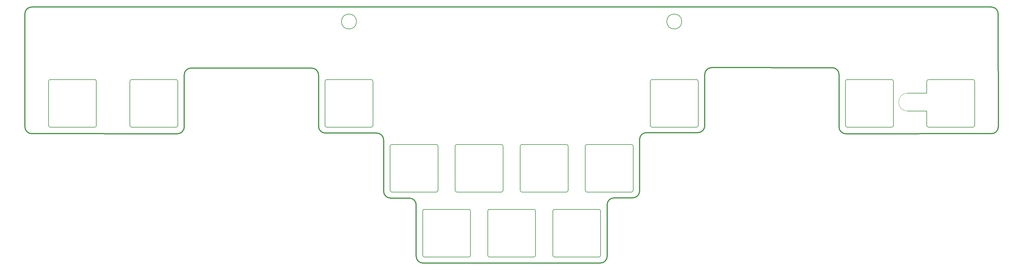
<source format=gm1>
G04 #@! TF.GenerationSoftware,KiCad,Pcbnew,7.0.1-0*
G04 #@! TF.CreationDate,2023-05-14T12:23:49+09:00*
G04 #@! TF.ProjectId,Sandy_Top_with_Plate_Mid,53616e64-795f-4546-9f70-5f776974685f,v.0*
G04 #@! TF.SameCoordinates,Original*
G04 #@! TF.FileFunction,Profile,NP*
%FSLAX46Y46*%
G04 Gerber Fmt 4.6, Leading zero omitted, Abs format (unit mm)*
G04 Created by KiCad (PCBNEW 7.0.1-0) date 2023-05-14 12:23:49*
%MOMM*%
%LPD*%
G01*
G04 APERTURE LIST*
G04 #@! TA.AperFunction,Profile*
%ADD10C,0.300000*%
G04 #@! TD*
G04 #@! TA.AperFunction,Profile*
%ADD11C,0.150000*%
G04 #@! TD*
G04 #@! TA.AperFunction,Profile*
%ADD12C,0.120000*%
G04 #@! TD*
G04 APERTURE END LIST*
D10*
X15469524Y-52949937D02*
X15455310Y-19778365D01*
X17469524Y-54949937D02*
X60125310Y-54964151D01*
D11*
X22392810Y-39553405D02*
X22392810Y-52553405D01*
X22892810Y-39053405D02*
X35892810Y-39053405D01*
X22892810Y-53053405D02*
X35892810Y-53053405D01*
X36392810Y-52553405D02*
X36392810Y-39553405D01*
X46205310Y-39553405D02*
X46205310Y-52553405D01*
X46705310Y-39053405D02*
X59705310Y-39053405D01*
X46705310Y-53053405D02*
X59705310Y-53053405D01*
X60205310Y-52553405D02*
X60205310Y-39553405D01*
D10*
X62125310Y-52964151D02*
X62125310Y-37692579D01*
X64125310Y-35692579D02*
X99445310Y-35703365D01*
X101445310Y-52778365D02*
X101445310Y-37703365D01*
D11*
X103355310Y-39553405D02*
X103355310Y-52553405D01*
D10*
X103445310Y-54778365D02*
X118505310Y-54778365D01*
D11*
X103855310Y-39053405D02*
X116855310Y-39053405D01*
X103855310Y-53053405D02*
X116855310Y-53053405D01*
X117355310Y-52553405D02*
X117355310Y-39553405D01*
D10*
X120505310Y-71853365D02*
X120505310Y-56778365D01*
D11*
X122405310Y-58603405D02*
X122405310Y-71603405D01*
D10*
X122505310Y-73853365D02*
X128030310Y-73853365D01*
D11*
X122905310Y-58103405D02*
X135905310Y-58103405D01*
X122905310Y-72103405D02*
X135905310Y-72103405D01*
D10*
X130030310Y-90928365D02*
X130030310Y-75853365D01*
D11*
X131930310Y-77653405D02*
X131930310Y-90653405D01*
D10*
X132030310Y-92928365D02*
X183955310Y-92924151D01*
D11*
X132430310Y-77153405D02*
X145430310Y-77153405D01*
X132430310Y-91153405D02*
X145430310Y-91153405D01*
X136405310Y-71603405D02*
X136405310Y-58603405D01*
X141455310Y-58603405D02*
X141455310Y-71603405D01*
X141955310Y-58103405D02*
X154955310Y-58103405D01*
X141955310Y-72103405D02*
X154955310Y-72103405D01*
X145930310Y-90653405D02*
X145930310Y-77653405D01*
X150980310Y-77653405D02*
X150980310Y-90653405D01*
X151480310Y-77153405D02*
X164480310Y-77153405D01*
X151480310Y-91153405D02*
X164480310Y-91153405D01*
X155455310Y-71603405D02*
X155455310Y-58603405D01*
X160505310Y-58603405D02*
X160505310Y-71603405D01*
X161005310Y-58103405D02*
X174005310Y-58103405D01*
X161005310Y-72103405D02*
X174005310Y-72103405D01*
X164980310Y-90653405D02*
X164980310Y-77653405D01*
X170030310Y-77653405D02*
X170030310Y-90653405D01*
X170530310Y-77153405D02*
X183530310Y-77153405D01*
X170530310Y-91153405D02*
X183530310Y-91153405D01*
X174505310Y-71603405D02*
X174505310Y-58603405D01*
X179555310Y-58603405D02*
X179555310Y-71603405D01*
X180055310Y-58103405D02*
X193055310Y-58103405D01*
X180055310Y-72103405D02*
X193055310Y-72103405D01*
X184030310Y-90653405D02*
X184030310Y-77653405D01*
D10*
X185955310Y-90924151D02*
X185955310Y-75792579D01*
X187955310Y-73792579D02*
X193455310Y-73782579D01*
D11*
X193555310Y-71603405D02*
X193555310Y-58603405D01*
D10*
X195455310Y-71782579D02*
X195455310Y-56651007D01*
X197455310Y-54651007D02*
X212535310Y-54641007D01*
D11*
X198605310Y-39553405D02*
X198605310Y-52553405D01*
X199105310Y-39053405D02*
X212105310Y-39053405D01*
X199105310Y-53053405D02*
X212105310Y-53053405D01*
X212605310Y-52553405D02*
X212605310Y-39553405D01*
D10*
X214535310Y-52641007D02*
X214535310Y-37566007D01*
X216535310Y-35566007D02*
X251855310Y-35576793D01*
X253855310Y-52978365D02*
X253855310Y-37576793D01*
D11*
X255755310Y-39553405D02*
X255755310Y-52553405D01*
X256255310Y-39053405D02*
X269255310Y-39053405D01*
X256255310Y-53053405D02*
X269255310Y-53053405D01*
X269755310Y-52553405D02*
X269755310Y-39553405D01*
X273855310Y-48329905D02*
X279567810Y-48329905D01*
X273955310Y-43028019D02*
X279567810Y-43028405D01*
X279567810Y-39553405D02*
X279567810Y-43028405D01*
X279567810Y-48329905D02*
X279567810Y-52553405D01*
X280067810Y-39053405D02*
X293067810Y-39053405D01*
X280067810Y-53053405D02*
X293067810Y-53053405D01*
X293567810Y-52553405D02*
X293567810Y-39553405D01*
D10*
X298455310Y-17778365D02*
X17455310Y-17778365D01*
X298491096Y-54949937D02*
X255855310Y-54978365D01*
X300491096Y-52949937D02*
X300455310Y-19778365D01*
X17455310Y-17778365D02*
G75*
G03*
X15455310Y-19778365I-1J-1999999D01*
G01*
X15469524Y-52949937D02*
G75*
G03*
X17469524Y-54949937I1999999J-1D01*
G01*
D11*
X22892810Y-39053405D02*
G75*
G03*
X22392810Y-39553405I1J-500001D01*
G01*
X22392810Y-52553405D02*
G75*
G03*
X22892810Y-53053405I500001J1D01*
G01*
X36392810Y-39553405D02*
G75*
G03*
X35892810Y-39053405I-500001J-1D01*
G01*
X35892810Y-53053405D02*
G75*
G03*
X36392810Y-52553405I-1J500001D01*
G01*
X46705310Y-39053405D02*
G75*
G03*
X46205310Y-39553405I1J-500001D01*
G01*
X46205310Y-52553405D02*
G75*
G03*
X46705310Y-53053405I500001J1D01*
G01*
X60205310Y-39553405D02*
G75*
G03*
X59705310Y-39053405I-500001J-1D01*
G01*
X59705310Y-53053405D02*
G75*
G03*
X60205310Y-52553405I-1J500001D01*
G01*
D10*
X64125310Y-35692579D02*
G75*
G03*
X62125310Y-37692579I-1J-1999999D01*
G01*
X60125310Y-54964151D02*
G75*
G03*
X62125310Y-52964151I1J1999999D01*
G01*
X101445310Y-37703365D02*
G75*
G03*
X99445310Y-35703365I-1999999J1D01*
G01*
D11*
X103855310Y-39053405D02*
G75*
G03*
X103355310Y-39553405I1J-500001D01*
G01*
D10*
X101445310Y-52778365D02*
G75*
G03*
X103445310Y-54778365I1999999J-1D01*
G01*
D11*
X103355310Y-52553405D02*
G75*
G03*
X103855310Y-53053405I500001J1D01*
G01*
X117355310Y-39553405D02*
G75*
G03*
X116855310Y-39053405I-500001J-1D01*
G01*
X116855310Y-53053405D02*
G75*
G03*
X117355310Y-52553405I-1J500001D01*
G01*
D10*
X120505310Y-56778365D02*
G75*
G03*
X118505310Y-54778365I-1999999J1D01*
G01*
D11*
X122905310Y-58103405D02*
G75*
G03*
X122405310Y-58603405I1J-500001D01*
G01*
D10*
X120505310Y-71853365D02*
G75*
G03*
X122505310Y-73853365I1999999J-1D01*
G01*
D11*
X122405310Y-71603405D02*
G75*
G03*
X122905310Y-72103405I500001J1D01*
G01*
D10*
X130030310Y-75853365D02*
G75*
G03*
X128030310Y-73853365I-1999999J1D01*
G01*
D11*
X132430310Y-77153405D02*
G75*
G03*
X131930310Y-77653405I1J-500001D01*
G01*
D10*
X130030310Y-90928365D02*
G75*
G03*
X132030310Y-92928365I1999999J-1D01*
G01*
D11*
X131930310Y-90653405D02*
G75*
G03*
X132430310Y-91153405I500001J1D01*
G01*
X136405310Y-58603405D02*
G75*
G03*
X135905310Y-58103405I-500001J-1D01*
G01*
X135905310Y-72103405D02*
G75*
G03*
X136405310Y-71603405I-1J500001D01*
G01*
X141955310Y-58103405D02*
G75*
G03*
X141455310Y-58603405I1J-500001D01*
G01*
X141455310Y-71603405D02*
G75*
G03*
X141955310Y-72103405I500001J1D01*
G01*
X145930310Y-77653405D02*
G75*
G03*
X145430310Y-77153405I-500001J-1D01*
G01*
X145430310Y-91153405D02*
G75*
G03*
X145930310Y-90653405I-1J500001D01*
G01*
X151480310Y-77153405D02*
G75*
G03*
X150980310Y-77653405I1J-500001D01*
G01*
X150980310Y-90653405D02*
G75*
G03*
X151480310Y-91153405I500001J1D01*
G01*
X155455310Y-58603405D02*
G75*
G03*
X154955310Y-58103405I-500001J-1D01*
G01*
X154955310Y-72103405D02*
G75*
G03*
X155455310Y-71603405I-1J500001D01*
G01*
X161005310Y-58103405D02*
G75*
G03*
X160505310Y-58603405I0J-500000D01*
G01*
X160505310Y-71603405D02*
G75*
G03*
X161005310Y-72103405I500000J0D01*
G01*
X164980310Y-77653405D02*
G75*
G03*
X164480310Y-77153405I-500000J0D01*
G01*
X164480310Y-91153405D02*
G75*
G03*
X164980310Y-90653405I0J500000D01*
G01*
X170530310Y-77153405D02*
G75*
G03*
X170030310Y-77653405I0J-500000D01*
G01*
X170030310Y-90653405D02*
G75*
G03*
X170530310Y-91153405I500000J0D01*
G01*
X174505310Y-58603405D02*
G75*
G03*
X174005310Y-58103405I-500000J0D01*
G01*
X174005310Y-72103405D02*
G75*
G03*
X174505310Y-71603405I0J500000D01*
G01*
X180055310Y-58103405D02*
G75*
G03*
X179555310Y-58603405I0J-500000D01*
G01*
X179555310Y-71603405D02*
G75*
G03*
X180055310Y-72103405I500000J0D01*
G01*
X184030310Y-77653405D02*
G75*
G03*
X183530310Y-77153405I-500000J0D01*
G01*
X183530310Y-91153405D02*
G75*
G03*
X184030310Y-90653405I0J500000D01*
G01*
D10*
X187955310Y-73792605D02*
G75*
G03*
X185955310Y-75792579I-100J-1999900D01*
G01*
X183955310Y-92924155D02*
G75*
G03*
X185955310Y-90924151I80J1999920D01*
G01*
D11*
X193555310Y-58603405D02*
G75*
G03*
X193055310Y-58103405I-500000J0D01*
G01*
X193055310Y-72103405D02*
G75*
G03*
X193555310Y-71603405I0J500000D01*
G01*
D10*
X197455310Y-54651005D02*
G75*
G03*
X195455310Y-56651007I0J-2000000D01*
G01*
X193455310Y-73782605D02*
G75*
G03*
X195455310Y-71782579I-100J2000100D01*
G01*
D11*
X199105310Y-39053405D02*
G75*
G03*
X198605310Y-39553405I0J-500000D01*
G01*
X198605310Y-52553405D02*
G75*
G03*
X199105310Y-53053405I500000J0D01*
G01*
X212605310Y-39553405D02*
G75*
G03*
X212105310Y-39053405I-500000J0D01*
G01*
X212105310Y-53053405D02*
G75*
G03*
X212605310Y-52553405I0J500000D01*
G01*
D10*
X216535310Y-35566005D02*
G75*
G03*
X214535310Y-37566007I0J-2000000D01*
G01*
X212535310Y-54641005D02*
G75*
G03*
X214535310Y-52641007I0J2000000D01*
G01*
X253855322Y-37576793D02*
G75*
G03*
X251855310Y-35576793I-2000112J-112D01*
G01*
D11*
X256255310Y-39053405D02*
G75*
G03*
X255755310Y-39553405I0J-500000D01*
G01*
D10*
X253855250Y-52978365D02*
G75*
G03*
X255855310Y-54978365I1999960J-40D01*
G01*
D11*
X255755310Y-52553405D02*
G75*
G03*
X256255310Y-53053405I500000J0D01*
G01*
X269755310Y-39553405D02*
G75*
G03*
X269255310Y-39053405I-500000J0D01*
G01*
X269255310Y-53053405D02*
G75*
G03*
X269755310Y-52553405I0J500000D01*
G01*
D12*
X273955310Y-43028019D02*
G75*
G03*
X273855310Y-48329905I0J-2651886D01*
G01*
D11*
X280067810Y-39053405D02*
G75*
G03*
X279567810Y-39553405I0J-500000D01*
G01*
X279567810Y-52553405D02*
G75*
G03*
X280067810Y-53053405I500000J0D01*
G01*
X293567810Y-39553405D02*
G75*
G03*
X293067810Y-39053405I-500000J0D01*
G01*
X293067810Y-53053405D02*
G75*
G03*
X293567810Y-52553405I0J500000D01*
G01*
D10*
X300455250Y-19778365D02*
G75*
G03*
X298455310Y-17778365I-2000040J-40D01*
G01*
X298491096Y-54949891D02*
G75*
G03*
X300491096Y-52949937I114J1999886D01*
G01*
D11*
X112555310Y-22028365D02*
G75*
G03*
X112555310Y-22028365I-2200000J0D01*
G01*
X207805310Y-22028365D02*
G75*
G03*
X207805310Y-22028365I-2200000J0D01*
G01*
M02*

</source>
